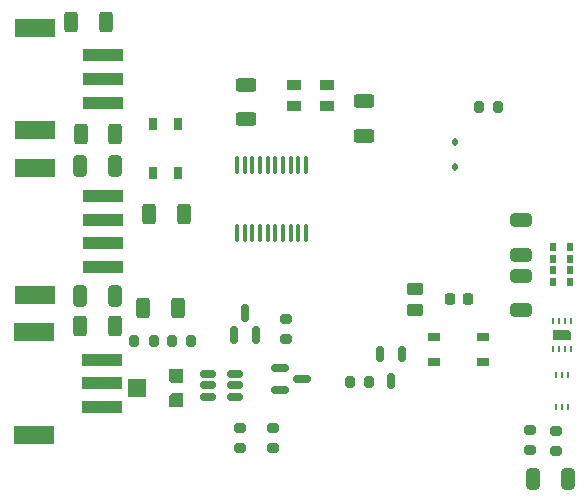
<source format=gtp>
G04 #@! TF.GenerationSoftware,KiCad,Pcbnew,7.0.7*
G04 #@! TF.CreationDate,2024-01-04T14:31:21-05:00*
G04 #@! TF.ProjectId,sensor_node,73656e73-6f72-45f6-9e6f-64652e6b6963,rev?*
G04 #@! TF.SameCoordinates,Original*
G04 #@! TF.FileFunction,Paste,Top*
G04 #@! TF.FilePolarity,Positive*
%FSLAX46Y46*%
G04 Gerber Fmt 4.6, Leading zero omitted, Abs format (unit mm)*
G04 Created by KiCad (PCBNEW 7.0.7) date 2024-01-04 14:31:21*
%MOMM*%
%LPD*%
G01*
G04 APERTURE LIST*
G04 Aperture macros list*
%AMRoundRect*
0 Rectangle with rounded corners*
0 $1 Rounding radius*
0 $2 $3 $4 $5 $6 $7 $8 $9 X,Y pos of 4 corners*
0 Add a 4 corners polygon primitive as box body*
4,1,4,$2,$3,$4,$5,$6,$7,$8,$9,$2,$3,0*
0 Add four circle primitives for the rounded corners*
1,1,$1+$1,$2,$3*
1,1,$1+$1,$4,$5*
1,1,$1+$1,$6,$7*
1,1,$1+$1,$8,$9*
0 Add four rect primitives between the rounded corners*
20,1,$1+$1,$2,$3,$4,$5,0*
20,1,$1+$1,$4,$5,$6,$7,0*
20,1,$1+$1,$6,$7,$8,$9,0*
20,1,$1+$1,$8,$9,$2,$3,0*%
%AMFreePoly0*
4,1,6,0.450000,-0.800000,-0.450000,-0.800000,-0.450000,0.530000,-0.180000,0.800000,0.450000,0.800000,0.450000,-0.800000,0.450000,-0.800000,$1*%
G04 Aperture macros list end*
%ADD10RoundRect,0.250000X-0.625000X0.312500X-0.625000X-0.312500X0.625000X-0.312500X0.625000X0.312500X0*%
%ADD11RoundRect,0.150000X0.150000X-0.587500X0.150000X0.587500X-0.150000X0.587500X-0.150000X-0.587500X0*%
%ADD12RoundRect,0.250000X0.650000X-0.325000X0.650000X0.325000X-0.650000X0.325000X-0.650000X-0.325000X0*%
%ADD13RoundRect,0.250000X0.325000X0.650000X-0.325000X0.650000X-0.325000X-0.650000X0.325000X-0.650000X0*%
%ADD14RoundRect,0.250000X-0.312500X-0.625000X0.312500X-0.625000X0.312500X0.625000X-0.312500X0.625000X0*%
%ADD15RoundRect,0.200000X0.200000X0.275000X-0.200000X0.275000X-0.200000X-0.275000X0.200000X-0.275000X0*%
%ADD16R,3.500000X1.000000*%
%ADD17R,3.400000X1.500000*%
%ADD18R,0.250000X0.550000*%
%ADD19RoundRect,0.200000X-0.275000X0.200000X-0.275000X-0.200000X0.275000X-0.200000X0.275000X0.200000X0*%
%ADD20RoundRect,0.200000X0.275000X-0.200000X0.275000X0.200000X-0.275000X0.200000X-0.275000X-0.200000X0*%
%ADD21RoundRect,0.150000X-0.512500X-0.150000X0.512500X-0.150000X0.512500X0.150000X-0.512500X0.150000X0*%
%ADD22RoundRect,0.250000X-0.450000X0.262500X-0.450000X-0.262500X0.450000X-0.262500X0.450000X0.262500X0*%
%ADD23RoundRect,0.112500X0.112500X-0.187500X0.112500X0.187500X-0.112500X0.187500X-0.112500X-0.187500X0*%
%ADD24RoundRect,0.150000X-0.587500X-0.150000X0.587500X-0.150000X0.587500X0.150000X-0.587500X0.150000X0*%
%ADD25R,1.200000X0.900000*%
%ADD26RoundRect,0.150000X-0.150000X0.512500X-0.150000X-0.512500X0.150000X-0.512500X0.150000X0.512500X0*%
%ADD27FreePoly0,270.000000*%
%ADD28RoundRect,0.100000X0.100000X-0.637500X0.100000X0.637500X-0.100000X0.637500X-0.100000X-0.637500X0*%
%ADD29R,1.500000X1.600000*%
%ADD30RoundRect,0.250000X-0.650000X0.325000X-0.650000X-0.325000X0.650000X-0.325000X0.650000X0.325000X0*%
%ADD31R,0.600000X0.720000*%
%ADD32R,0.650000X1.050000*%
%ADD33RoundRect,0.250000X0.312500X0.625000X-0.312500X0.625000X-0.312500X-0.625000X0.312500X-0.625000X0*%
%ADD34RoundRect,0.250000X-0.325000X-0.650000X0.325000X-0.650000X0.325000X0.650000X-0.325000X0.650000X0*%
%ADD35RoundRect,0.218750X0.218750X0.256250X-0.218750X0.256250X-0.218750X-0.256250X0.218750X-0.256250X0*%
%ADD36R,1.050000X0.650000*%
G04 APERTURE END LIST*
G36*
X115150000Y-85100000D02*
G01*
X113950000Y-85100000D01*
X113950000Y-84200000D01*
X114250000Y-83900000D01*
X115150000Y-83900000D01*
X115150000Y-85100000D01*
G37*
G36*
X115150000Y-83100000D02*
G01*
X114250000Y-83100000D01*
X113950000Y-82800000D01*
X113950000Y-81900000D01*
X115150000Y-81900000D01*
X115150000Y-83100000D01*
G37*
D10*
X130470000Y-59250000D03*
X130470000Y-62175000D03*
D11*
X119458000Y-79000000D03*
X121358000Y-79000000D03*
X120408000Y-77125000D03*
D12*
X143770500Y-72225000D03*
X143770500Y-69275000D03*
D13*
X109375000Y-75750000D03*
X106425000Y-75750000D03*
D10*
X120470000Y-57825000D03*
X120470000Y-60750000D03*
D14*
X112275000Y-68750000D03*
X115200000Y-68750000D03*
D15*
X141845500Y-59750000D03*
X140195500Y-59750000D03*
D16*
X108350000Y-67250000D03*
X108350000Y-69250000D03*
X108350000Y-71250000D03*
X108350000Y-73250000D03*
D17*
X102600000Y-64900000D03*
X102600000Y-75600000D03*
D13*
X109425000Y-64750000D03*
X106475000Y-64750000D03*
D18*
X146770500Y-85150000D03*
X147270500Y-85150000D03*
X147770500Y-85150000D03*
X147770500Y-82400000D03*
X147270500Y-82400000D03*
X146770500Y-82400000D03*
D19*
X122770500Y-86925000D03*
X122770500Y-88575000D03*
D14*
X111808000Y-76750000D03*
X114733000Y-76750000D03*
D20*
X123858000Y-79325000D03*
X123858000Y-77675000D03*
D21*
X117258000Y-82350000D03*
X117258000Y-83300000D03*
X117258000Y-84250000D03*
X119533000Y-84250000D03*
X119533000Y-83300000D03*
X119533000Y-82350000D03*
D16*
X108400000Y-55350000D03*
X108400000Y-57350000D03*
X108400000Y-59350000D03*
D17*
X102650000Y-53000000D03*
X102650000Y-61700000D03*
D22*
X134770500Y-75087500D03*
X134770500Y-76912500D03*
D23*
X138144500Y-64800000D03*
X138144500Y-62700000D03*
D24*
X123333000Y-81800000D03*
X123333000Y-83700000D03*
X125208000Y-82750000D03*
D16*
X108300000Y-81100000D03*
X108300000Y-83100000D03*
X108300000Y-85100000D03*
D17*
X102550000Y-78750000D03*
X102550000Y-87450000D03*
D20*
X146770500Y-88825000D03*
X146770500Y-87175000D03*
D15*
X112695500Y-79500000D03*
X111045500Y-79500000D03*
D19*
X144520500Y-87100000D03*
X144520500Y-88750000D03*
D25*
X124570000Y-59600000D03*
X127370000Y-59600000D03*
X127370000Y-57900000D03*
X124570000Y-57900000D03*
D26*
X133720500Y-80612500D03*
X131820500Y-80612500D03*
X132770500Y-82887500D03*
D27*
X147270500Y-79000000D03*
D18*
X148020500Y-77825000D03*
X147520500Y-77825000D03*
X147020500Y-77825000D03*
X146520500Y-77825000D03*
X146520500Y-80175000D03*
X147020500Y-80175000D03*
X147520500Y-80175000D03*
X148020500Y-80175000D03*
D15*
X115845500Y-79500000D03*
X114195500Y-79500000D03*
D28*
X119720500Y-70398407D03*
X120370500Y-70398407D03*
X121020500Y-70398407D03*
X121670500Y-70398407D03*
X122320500Y-70398407D03*
X122970500Y-70398407D03*
X123620500Y-70398407D03*
X124270500Y-70398407D03*
X124920500Y-70398407D03*
X125570500Y-70398407D03*
X125570500Y-64673407D03*
X124920500Y-64673407D03*
X124270500Y-64673407D03*
X123620500Y-64673407D03*
X122970500Y-64673407D03*
X122320500Y-64673407D03*
X121670500Y-64673407D03*
X121020500Y-64673407D03*
X120370500Y-64673407D03*
X119720500Y-64673407D03*
D29*
X111300000Y-83500000D03*
D30*
X143770500Y-74000000D03*
X143770500Y-76950000D03*
D31*
X147920500Y-71585000D03*
X147920500Y-72555000D03*
X147920500Y-73525000D03*
X147920500Y-74495000D03*
X146520500Y-74495000D03*
X146520500Y-73525000D03*
X146520500Y-72555000D03*
X146520500Y-71585000D03*
D32*
X114775000Y-61175000D03*
X114775000Y-65325000D03*
X112625000Y-61175000D03*
X112625000Y-65325000D03*
D33*
X108612000Y-52500000D03*
X105687000Y-52500000D03*
D34*
X144770000Y-91250000D03*
X147720000Y-91250000D03*
D35*
X139308000Y-76000000D03*
X137733000Y-76000000D03*
D20*
X120020500Y-88575000D03*
X120020500Y-86925000D03*
D14*
X106437500Y-78250000D03*
X109362500Y-78250000D03*
D15*
X130920500Y-83000000D03*
X129270500Y-83000000D03*
D14*
X106487500Y-62000000D03*
X109412500Y-62000000D03*
D36*
X140595500Y-81325000D03*
X136445500Y-81325000D03*
X140595500Y-79175000D03*
X136445500Y-79175000D03*
M02*

</source>
